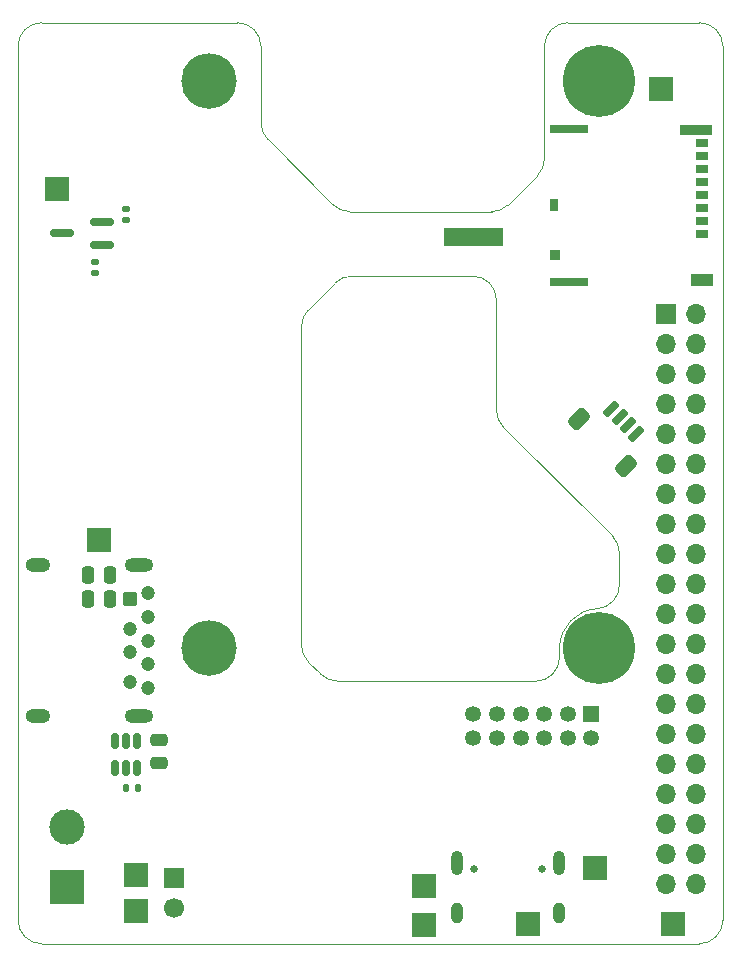
<source format=gbr>
G04 #@! TF.GenerationSoftware,KiCad,Pcbnew,9.0.3*
G04 #@! TF.CreationDate,2026-01-27T18:52:10+01:00*
G04 #@! TF.ProjectId,CM5IO,434d3549-4f2e-46b6-9963-61645f706362,rev?*
G04 #@! TF.SameCoordinates,Original*
G04 #@! TF.FileFunction,Soldermask,Bot*
G04 #@! TF.FilePolarity,Negative*
%FSLAX46Y46*%
G04 Gerber Fmt 4.6, Leading zero omitted, Abs format (unit mm)*
G04 Created by KiCad (PCBNEW 9.0.3) date 2026-01-27 18:52:10*
%MOMM*%
%LPD*%
G01*
G04 APERTURE LIST*
G04 Aperture macros list*
%AMRoundRect*
0 Rectangle with rounded corners*
0 $1 Rounding radius*
0 $2 $3 $4 $5 $6 $7 $8 $9 X,Y pos of 4 corners*
0 Add a 4 corners polygon primitive as box body*
4,1,4,$2,$3,$4,$5,$6,$7,$8,$9,$2,$3,0*
0 Add four circle primitives for the rounded corners*
1,1,$1+$1,$2,$3*
1,1,$1+$1,$4,$5*
1,1,$1+$1,$6,$7*
1,1,$1+$1,$8,$9*
0 Add four rect primitives between the rounded corners*
20,1,$1+$1,$2,$3,$4,$5,0*
20,1,$1+$1,$4,$5,$6,$7,0*
20,1,$1+$1,$6,$7,$8,$9,0*
20,1,$1+$1,$8,$9,$2,$3,0*%
%AMFreePoly0*
4,1,6,1.000000,0.000000,0.500000,-0.750000,-0.500000,-0.750000,-0.500000,0.750000,0.500000,0.750000,1.000000,0.000000,1.000000,0.000000,$1*%
G04 Aperture macros list end*
%ADD10R,3.330000X0.700000*%
%ADD11R,2.800000X0.860000*%
%ADD12R,1.830000X1.140000*%
%ADD13R,0.780000X1.050000*%
%ADD14R,0.930000X0.900000*%
%ADD15R,1.100000X0.700000*%
%ADD16R,1.700000X1.700000*%
%ADD17O,1.700000X1.700000*%
%ADD18C,0.650000*%
%ADD19O,1.000000X2.100000*%
%ADD20O,1.000000X1.800000*%
%ADD21RoundRect,0.250000X-0.350000X0.350000X-0.350000X-0.350000X0.350000X-0.350000X0.350000X0.350000X0*%
%ADD22C,1.200000*%
%ADD23O,2.400000X1.200000*%
%ADD24O,2.100000X1.200000*%
%ADD25R,1.350000X1.350000*%
%ADD26C,1.350000*%
%ADD27C,6.100000*%
%ADD28C,4.700000*%
%ADD29C,1.700000*%
%ADD30R,3.000000X3.000000*%
%ADD31C,3.000000*%
%ADD32RoundRect,0.140000X0.170000X-0.140000X0.170000X0.140000X-0.170000X0.140000X-0.170000X-0.140000X0*%
%ADD33RoundRect,0.140000X-0.170000X0.140000X-0.170000X-0.140000X0.170000X-0.140000X0.170000X0.140000X0*%
%ADD34RoundRect,0.162500X0.837500X0.162500X-0.837500X0.162500X-0.837500X-0.162500X0.837500X-0.162500X0*%
%ADD35R,2.000000X2.000000*%
%ADD36RoundRect,0.250000X0.250000X0.475000X-0.250000X0.475000X-0.250000X-0.475000X0.250000X-0.475000X0*%
%ADD37RoundRect,0.250000X0.475000X-0.250000X0.475000X0.250000X-0.475000X0.250000X-0.475000X-0.250000X0*%
%ADD38FreePoly0,180.000000*%
%ADD39FreePoly0,0.000000*%
%ADD40RoundRect,0.150000X-0.150000X0.512500X-0.150000X-0.512500X0.150000X-0.512500X0.150000X0.512500X0*%
%ADD41RoundRect,0.150000X-0.548008X-0.335876X-0.335876X-0.548008X0.548008X0.335876X0.335876X0.548008X0*%
%ADD42RoundRect,0.250000X-0.707107X-0.212132X-0.212132X-0.707107X0.707107X0.212132X0.212132X0.707107X0*%
%ADD43RoundRect,0.135000X-0.135000X-0.185000X0.135000X-0.185000X0.135000X0.185000X-0.135000X0.185000X0*%
G04 #@! TA.AperFunction,Profile*
%ADD44C,0.050000*%
G04 #@! TD*
G04 APERTURE END LIST*
G36*
X187332001Y-85952001D02*
G01*
X182332001Y-85952001D01*
X182332001Y-87452001D01*
X187332001Y-87452001D01*
X187332001Y-85952001D01*
G37*
D10*
X192970000Y-77538000D03*
D11*
X203735000Y-77618000D03*
D12*
X204220000Y-90278000D03*
D10*
X192970000Y-90498000D03*
D13*
X191695000Y-83923000D03*
D14*
X191770000Y-88188000D03*
D15*
X204235000Y-78698000D03*
X204235000Y-79798000D03*
X204235000Y-80898000D03*
X204235000Y-81998000D03*
X204235000Y-83098000D03*
X204235000Y-84198000D03*
X204235000Y-85298000D03*
X204235000Y-86398000D03*
D16*
X201150000Y-93162000D03*
D17*
X203690000Y-93162000D03*
X201150000Y-95702000D03*
X203690000Y-95702000D03*
X201150000Y-98242000D03*
X203690000Y-98242000D03*
X201150000Y-100782000D03*
X203690000Y-100782000D03*
X201150000Y-103322000D03*
X203690000Y-103322000D03*
X201150000Y-105862000D03*
X203690000Y-105862000D03*
X201150000Y-108402000D03*
X203690000Y-108402000D03*
X201150000Y-110942000D03*
X203690000Y-110942000D03*
X201150000Y-113482000D03*
X203690000Y-113482000D03*
X201150000Y-116022000D03*
X203690000Y-116022000D03*
X201150000Y-118562000D03*
X203690000Y-118562000D03*
X201150000Y-121102000D03*
X203690000Y-121102000D03*
X201150000Y-123642000D03*
X203690000Y-123642000D03*
X201150000Y-126182000D03*
X203690000Y-126182000D03*
X201150000Y-128722000D03*
X203690000Y-128722000D03*
X201150000Y-131262000D03*
X203690000Y-131262000D03*
X201150000Y-133802000D03*
X203690000Y-133802000D03*
X201150000Y-136342000D03*
X203690000Y-136342000D03*
X201150000Y-138882000D03*
X203690000Y-138882000D03*
X201150000Y-141422000D03*
X203690000Y-141422000D03*
D18*
X184871000Y-140188000D03*
X190651000Y-140188000D03*
D19*
X183441000Y-139688000D03*
D20*
X183441000Y-143868000D03*
D19*
X192081000Y-139688000D03*
D20*
X192081000Y-143868000D03*
D21*
X155762000Y-117348000D03*
D22*
X155762000Y-119848000D03*
X155762000Y-121848000D03*
X155762000Y-124348000D03*
X157262000Y-124848000D03*
X157262000Y-122848000D03*
X157262000Y-120848000D03*
X157262000Y-118848000D03*
X157262000Y-116848000D03*
D23*
X156512000Y-114448000D03*
D24*
X148012000Y-114448000D03*
D23*
X156512000Y-127248000D03*
D24*
X148012000Y-127248000D03*
D25*
X194847000Y-127087000D03*
D26*
X194847000Y-129087000D03*
X192847000Y-127087000D03*
X192847000Y-129087000D03*
X190847000Y-127087000D03*
X190847000Y-129087000D03*
X188847000Y-127087000D03*
X188847000Y-129087000D03*
X186847000Y-127087000D03*
X186847000Y-129087000D03*
X184847000Y-127087000D03*
X184847000Y-129087000D03*
D27*
X195500000Y-121500000D03*
X195500000Y-73500000D03*
D28*
X162500000Y-121500000D03*
X162500000Y-73500000D03*
D16*
X159494000Y-140914000D03*
D29*
X159494000Y-143454000D03*
D30*
X150477000Y-141676000D03*
D31*
X150477000Y-136596000D03*
D32*
X155430000Y-85260000D03*
X155430000Y-84300000D03*
D33*
X152788298Y-88766198D03*
X152788298Y-89726198D03*
D34*
X153398000Y-85420000D03*
X153398000Y-87320000D03*
X149978000Y-86370000D03*
D35*
X189466000Y-144851000D03*
X153144000Y-112339000D03*
X195181000Y-140092801D03*
X201785000Y-144851000D03*
X200769000Y-74112000D03*
D36*
X154094000Y-115260000D03*
X152194000Y-115260000D03*
D35*
X180703000Y-144921000D03*
D37*
X158224000Y-131196000D03*
X158224000Y-129296000D03*
D35*
X180703000Y-141619000D03*
D38*
X186832001Y-86702001D03*
D39*
X182832001Y-86702001D03*
D40*
X154480000Y-129362500D03*
X155430000Y-129362500D03*
X156380000Y-129362500D03*
X156380000Y-131637500D03*
X155430000Y-131637500D03*
X154480000Y-131637500D03*
D36*
X154094000Y-117292000D03*
X152194000Y-117292000D03*
D35*
X149588000Y-82621000D03*
X156319000Y-140660000D03*
D41*
X196535386Y-101196586D03*
X197242493Y-101903693D03*
X197949600Y-102610800D03*
X198656707Y-103317907D03*
D42*
X193830703Y-102062792D03*
X197790501Y-106022590D03*
D35*
X156319000Y-143708000D03*
D43*
X155428000Y-133294000D03*
X156448000Y-133294000D03*
D44*
X170288978Y-121225633D02*
X170289000Y-94244427D01*
X173340373Y-124277000D02*
G75*
G02*
X171926143Y-123691229I-73J1999900D01*
G01*
X164860000Y-68524000D02*
G75*
G02*
X166860000Y-70524000I0J-2000000D01*
G01*
X170289000Y-94244427D02*
G75*
G02*
X170874773Y-92830199I2000000J27D01*
G01*
X190863000Y-80046323D02*
G75*
G02*
X190277223Y-81460545I-2000100J23D01*
G01*
X174546427Y-89987000D02*
X184799000Y-89987000D01*
X197213000Y-113421427D02*
X197213000Y-116141816D01*
X205976000Y-70524000D02*
X205976000Y-144502000D01*
X174387677Y-84526000D02*
G75*
G02*
X172973455Y-83940223I23J2000100D01*
G01*
X167445787Y-78412537D02*
G75*
G02*
X166859984Y-76998323I1414213J1414237D01*
G01*
X187384787Y-102764787D02*
X196627214Y-112007214D01*
X146286000Y-70524000D02*
G75*
G02*
X148286000Y-68524000I2000000J0D01*
G01*
X187797537Y-83940213D02*
X190277214Y-81460536D01*
X192133000Y-121500001D02*
G75*
G02*
X195370953Y-118135383I3369900J-2699D01*
G01*
X146286000Y-144502000D02*
X146286000Y-70524000D01*
X148286000Y-68524000D02*
X164860000Y-68524000D01*
X148286000Y-146502000D02*
G75*
G02*
X146286000Y-144502000I0J2000000D01*
G01*
X196627214Y-112007214D02*
G75*
G02*
X197213022Y-113421427I-1414314J-1414286D01*
G01*
X197212290Y-116141816D02*
G75*
G02*
X195371779Y-118135421I-1999990J16D01*
G01*
X192133000Y-122277000D02*
G75*
G02*
X190133000Y-124277000I-2000000J0D01*
G01*
X187384787Y-102764787D02*
G75*
G02*
X186798978Y-101350573I1414313J1414287D01*
G01*
X167445787Y-78412537D02*
X172973464Y-83940214D01*
X205976000Y-144502000D02*
G75*
G02*
X203976000Y-146502000I-2000000J0D01*
G01*
X170874786Y-122639846D02*
G75*
G02*
X170288977Y-121225633I1414214J1414246D01*
G01*
X184799000Y-89987000D02*
G75*
G02*
X186799000Y-91987000I0J-2000000D01*
G01*
X166860000Y-70524000D02*
X166860000Y-76998323D01*
X190863000Y-70524000D02*
G75*
G02*
X192863000Y-68524000I2000000J0D01*
G01*
X190133000Y-124277000D02*
X173340373Y-124277000D01*
X203976000Y-68524000D02*
G75*
G02*
X205976000Y-70524000I0J-2000000D01*
G01*
X203976000Y-146502000D02*
X148286000Y-146502000D01*
X190863000Y-80046323D02*
X190863000Y-70524000D01*
X174387677Y-84526000D02*
X186383323Y-84526000D01*
X186799000Y-91987000D02*
X186799000Y-101350573D01*
X171925713Y-123691213D02*
X170874786Y-122640286D01*
X192133000Y-121500001D02*
X192133000Y-122277000D01*
X170874787Y-92830213D02*
X173132214Y-90572786D01*
X192863000Y-68524000D02*
X203976000Y-68524000D01*
X187797537Y-83940213D02*
G75*
G02*
X186383323Y-84526016I-1414237J1414213D01*
G01*
X173132214Y-90572786D02*
G75*
G02*
X174546427Y-89987019I1414186J-1414214D01*
G01*
M02*

</source>
